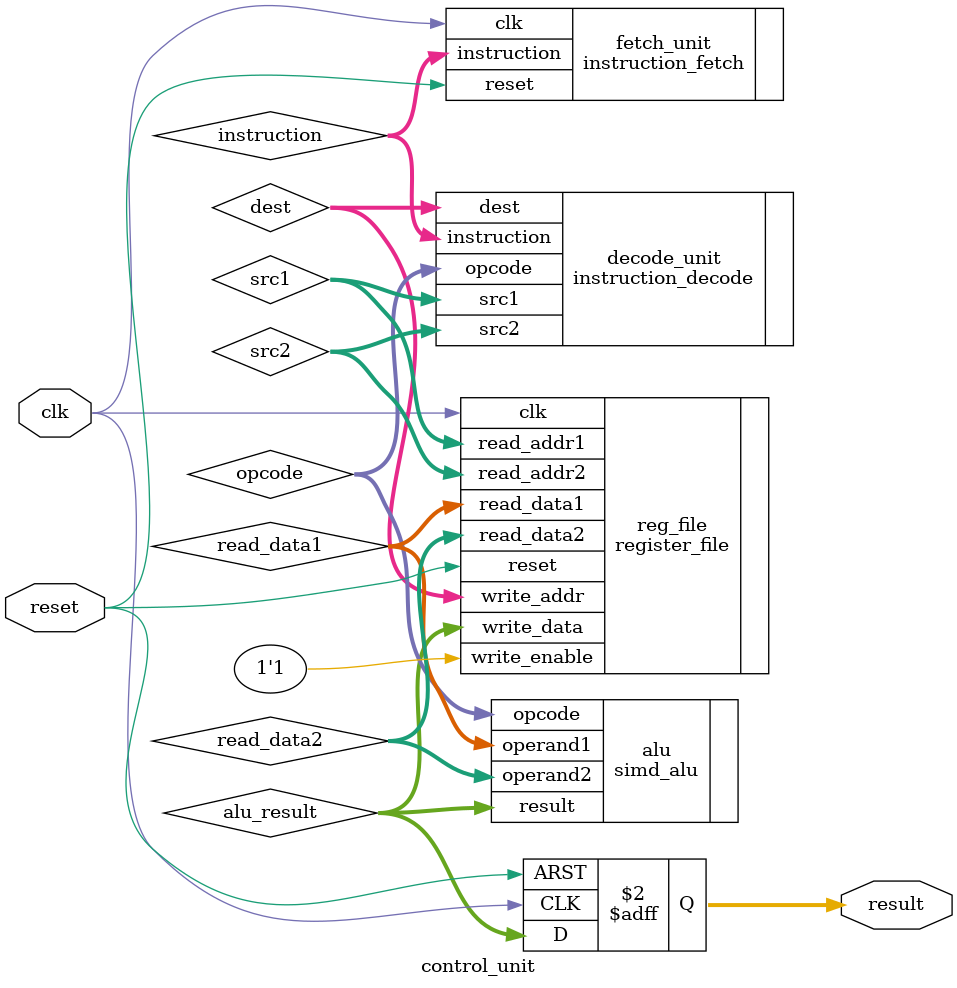
<source format=v>
module control_unit (
    input clk,
    input reset,
    output reg [31:0] result
);

    wire [31:0] instruction;
    wire [3:0] opcode;
    wire [4:0] src1, src2, dest;
    wire [31:0] read_data1, read_data2;
    wire [31:0] alu_result;

    // Instantiate the instruction fetch, decode, register file, and ALU
    instruction_fetch fetch_unit (.clk(clk), .reset(reset), .instruction(instruction));
    instruction_decode decode_unit (.instruction(instruction), .opcode(opcode), .src1(src1), .src2(src2), .dest(dest));
    register_file reg_file (.clk(clk), .reset(reset), .read_addr1(src1), .read_addr2(src2), 
                            .write_addr(dest), .write_data(alu_result), .write_enable(1'b1), 
                            .read_data1(read_data1), .read_data2(read_data2));
    simd_alu alu (.opcode(opcode), .operand1(read_data1), .operand2(read_data2), .result(alu_result));

    always @(posedge clk or posedge reset) begin
        if (reset) begin
            result <= 0;
        end else begin
            result <= alu_result;  // Capture the result of the SIMD ALU
        end
    end
endmodule


</source>
